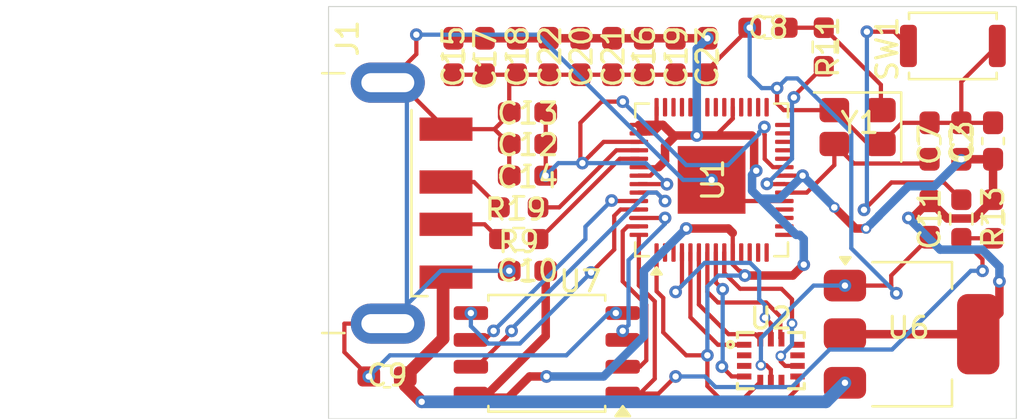
<source format=kicad_pcb>
(kicad_pcb (version 20241229) (generator "pcbnew") (generator_version "9.0")
  (layers (0 "F.Cu" power) (2 "B.Cu" signal) (13 "F.Paste" user) (15 "B.Paste" user) (5 "F.SilkS" user "F.Silkscreen") (7 "B.SilkS" user "B.Silkscreen") (1 "F.Mask" user) (3 "B.Mask" user) (25 "Edge.Cuts" user))
  (net 0 "")
  (net 1 "GND")
  (net 2 "VBUS")
  (net 3 "XIN")
  (net 4 "Net-(C8-Pad2)")
  (net 5 "+3.3V")
  (net 6 "+1V1")
  (net 7 "USB_DM")
  (net 8 "USB_DP")
  (net 9 "Net-(U1-USB_DP)")
  (net 10 "XOUT")
  (net 11 "QSPI_SS")
  (net 12 "Net-(U1-USB_DM)")
  (net 13 "QSPI_SD2")
  (net 17 "QSPI_SD0")
  (net 27 "QSPI_SD3")
  (net 30 "QSPI_SD1")
  (net 31 "QSPI_SCLK")
  (net 37 "/ICM_INT2")
  (net 40 "/ICM_INT1")
  (net 42 "/ICM_CS")
  (net 46 "/ICM_SCK")
  (net 47 "/ICM_SDI")
  (net 48 "/ICM_SDO")
  (net 49 "unconnected-(U1-GPIO0-Pad2)")
  (net 56 "Net-(R12-Pad1)")
  (footprint "Capacitor_SMD:C_0603_1608Metric_Pad1.08x0.95mm_HandSolder" (layer "F.Cu") (at 106.5 70.3625 -90)
    (property "Reference" "C20")
    (property "Value" "0.1uF")
  )
  (footprint "Capacitor_SMD:C_0603_1608Metric_Pad1.08x0.95mm_HandSolder" (layer "F.Cu") (at 105 70.3625 -90)
    (property "Reference" "C22")
    (property "Value" "0.1uF")
  )
  (footprint "Package_TO_SOT_SMD:SOT-223-3_TabPin2" (layer "F.Cu") (at 122.15 83.5)
    (property "Reference" "U6")
    (property "Value" "NCP1117-3.3_SOT223")
  )
  (footprint "Capacitor_SMD:C_0603_1608Metric_Pad1.08x0.95mm_HandSolder" (layer "F.Cu") (at 101.98 70.3625 -90)
    (property "Reference" "C17")
    (property "Value" "0.1uF")
  )
  (footprint "Capacitor_SMD:C_0603_1608Metric_Pad1.08x0.95mm_HandSolder" (layer "F.Cu") (at 104 80.5 180)
    (property "Reference" "C10")
    (property "Value" "10uF")
  )
  (footprint "Resistor_SMD:R_0603_1608Metric_Pad0.98x0.95mm_HandSolder" (layer "F.Cu") (at 124.5 78.05 -90)
    (property "Reference" "R12" (hide yes))
    (property "Value" "1KR")
  )
  (footprint "Capacitor_SMD:C_0603_1608Metric_Pad1.08x0.95mm_HandSolder" (layer "F.Cu") (at 108 70.3625 -90)
    (property "Reference" "C21")
    (property "Value" "0.1uF")
  )
  (footprint "Resistor_SMD:R_0603_1608Metric_Pad0.98x0.95mm_HandSolder" (layer "F.Cu") (at 103.5875 77.5)
    (property "Reference" "R19")
    (property "Value" "27R")
  )
  (footprint "Capacitor_SMD:C_0603_1608Metric_Pad1.08x0.95mm_HandSolder" (layer "F.Cu") (at 97.3625 85.5 180)
    (property "Reference" "C9")
    (property "Value" "10uF")
  )
  (footprint "Connector_USB:USB_A_CNCTech_1001-011-01101_Horizontal" (layer "F.Cu") (at 90.5 77.3 180)
    (property "Reference" "J1")
    (property "Value" "USB_A")
  )
  (footprint "lcsc:LGA-14_L3.0-W2.5-P0.50-TL" (layer "F.Cu") (at 115.5 84.75)
    (property "Reference" "U2")
    (property "Value" "ICM-45686")
  )
  (footprint "Capacitor_SMD:C_0603_1608Metric_Pad1.08x0.95mm_HandSolder" (layer "F.Cu") (at 115.3625 69)
    (property "Reference" "C8")
    (property "Value" "15pF")
  )
  (footprint "Capacitor_SMD:C_0603_1608Metric_Pad1.08x0.95mm_HandSolder" (layer "F.Cu") (at 100.5 70.3625 -90)
    (property "Reference" "C15")
    (property "Value" "0.1uF")
  )
  (footprint "Capacitor_SMD:C_0603_1608Metric_Pad1.08x0.95mm_HandSolder" (layer "F.Cu") (at 104 74.5 180)
    (property "Reference" "C12")
    (property "Value" "1uF")
  )
  (footprint "Capacitor_SMD:C_0603_1608Metric_Pad1.08x0.95mm_HandSolder" (layer "F.Cu") (at 123 78.05 -90)
    (property "Reference" "C11")
    (property "Value" "0.1uF")
  )
  (footprint "Capacitor_SMD:C_0603_1608Metric_Pad1.08x0.95mm_HandSolder" (layer "F.Cu") (at 103.5 70.3625 -90)
    (property "Reference" "C18")
    (property "Value" "0.1uF")
  )
  (footprint "Capacitor_SMD:C_0603_1608Metric_Pad1.08x0.95mm_HandSolder" (layer "F.Cu") (at 126 74.3625 90)
    (property "Reference" "C3")
    (property "Value" "100nF")
  )
  (footprint "Resistor_SMD:R_0603_1608Metric_Pad0.98x0.95mm_HandSolder" (layer "F.Cu") (at 126 78.05 -90)
    (property "Reference" "R13")
    (property "Value" "10KR")
  )
  (footprint "Package_SO:SOIC-8_5.3x5.3mm_P1.27mm" (layer "F.Cu") (at 104.9125 84.405 180)
    (property "Reference" "U7")
    (property "Value" "W25Q128JVS")
  )
  (footprint "Capacitor_SMD:C_0603_1608Metric_Pad1.08x0.95mm_HandSolder" (layer "F.Cu") (at 123 74.3625 -90)
    (property "Reference" "C7")
    (property "Value" "15pF")
  )
  (footprint "Crystal:Crystal_SMD_SeikoEpson_TSX3225-4Pin_3.2x2.5mm" (layer "F.Cu") (at 119.6 73.7 180)
    (property "Reference" "Y1")
    (property "Value" "12 MHz")
  )
  (footprint "Capacitor_SMD:C_0603_1608Metric_Pad1.08x0.95mm_HandSolder" (layer "F.Cu") (at 109.5 70.3625 -90)
    (property "Reference" "C16")
    (property "Value" "0.1uF")
  )
  (footprint "Capacitor_SMD:C_0603_1608Metric_Pad1.08x0.95mm_HandSolder" (layer "F.Cu") (at 111 70.3625 -90)
    (property "Reference" "C19")
    (property "Value" "0.1uF")
  )
  (footprint "Capacitor_SMD:C_0603_1608Metric_Pad1.08x0.95mm_HandSolder" (layer "F.Cu") (at 124.5 74.3625 90)
    (property "Reference" "C2")
    (property "Value" "100nF")
  )
  (footprint "Package_DFN_QFN:QFN-56-1EP_7x7mm_P0.4mm_EP3.2x3.2mm" (layer "F.Cu") (at 112.7 76.2 90)
    (property "Reference" "U1")
    (property "Value" "RP2040")
  )
  (footprint "Capacitor_SMD:C_0603_1608Metric_Pad1.08x0.95mm_HandSolder" (layer "F.Cu") (at 112.5 70.3625 -90)
    (property "Reference" "C23")
    (property "Value" "1uF")
  )
  (footprint "Capacitor_SMD:C_0603_1608Metric_Pad1.08x0.95mm_HandSolder" (layer "F.Cu") (at 104 73 180)
    (property "Reference" "C13")
    (property "Value" "0.1uF")
  )
  (footprint "Resistor_SMD:R_0603_1608Metric_Pad0.98x0.95mm_HandSolder" (layer "F.Cu") (at 118 69.9125 -90)
    (property "Reference" "R11")
    (property "Value" "1kR")
  )
  (footprint "Button_Switch_SMD:SW_Push_SPST_NO_Alps_SKRK" (layer "F.Cu") (at 124.1 69.8625 180)
    (property "Reference" "SW1")
    (property "Value" "SW_Push")
  )
  (footprint "Resistor_SMD:R_0603_1608Metric_Pad0.98x0.95mm_HandSolder" (layer "F.Cu") (at 103.5875 79)
    (property "Reference" "R9")
    (property "Value" "27R")
  )
  (footprint "Capacitor_SMD:C_0603_1608Metric_Pad1.08x0.95mm_HandSolder" (layer "F.Cu") (at 104 76 180)
    (property "Reference" "C14")
    (property "Value" "0.1uF")
  )
  (gr_rect (start 94.6 68) (end 127.1 87.5) (stroke (width 0.05)) (fill no) (layer "Edge.Cuts"))
  (segment (start 108 71.225) (end 106.5 71.225) (width 0.2) (layer "F.Cu") (net 1))
  (segment (start 120.1 74.5) (end 120.7 74.5) (width 0.2) (layer "F.Cu") (net 1))
  (segment (start 108.351 82.3507) (end 108.5 82.5) (width 0.2) (layer "F.Cu") (net 1))
  (segment (start 103.138 80.5) (end 103.1375 80.5) (width 0.2) (layer "F.Cu") (net 1))
  (segment (start 123 78.9125) (end 121.189 80.7234) (width 0.2) (layer "F.Cu") (net 1))
  (segment (start 103.138 71.5875) (end 103.5 71.225) (width 0.2) (layer "F.Cu") (net 1))
  (segment (start 97.4 71.6) (end 97.4 70.9191) (width 0.2) (layer "F.Cu") (net 1))
  (segment (start 97.4 83) (end 95.3483 83) (width 0.2) (layer "F.Cu") (net 1))
  (segment (start 95.3483 83) (end 95.3483 84.3483) (width 0.2) (layer "F.Cu") (net 1))
  (segment (start 103.138 73) (end 103.138 71.5875) (width 0.2) (layer "F.Cu") (net 1))
  (segment (start 121.7 73.5) (end 120.7 74.5) (width 0.2) (layer "F.Cu") (net 1))
  (segment (start 103.138 73.1) (end 103.138 73.0004) (width 0.2) (layer "F.Cu") (net 1))
  (segment (start 118.5 72.9) (end 120.1 74.5) (width 0.2) (layer "F.Cu") (net 1))
  (segment (start 108.175 82.5) (end 108.5 82.5) (width 0.2) (layer "F.Cu") (net 1))
  (segment (start 115.5 85.178) (end 115.5 85.76) (width 0.2) (layer "F.Cu") (net 1))
  (segment (start 115.793 71.857057) (end 115.793 72.583) (width 0.2) (layer "F.Cu") (net 1))
  (segment (start 97.4 71.6) (end 97.95 71.6) (width 0.2) (layer "F.Cu") (net 1))
  (segment (start 112.7 76.2) (end 112.7 77.1887) (width 0.2) (layer "F.Cu") (net 1))
  (segment (start 113.7 77.2) (end 112.7 76.2) (width 0.2) (layer "F.Cu") (net 1))
  (segment (start 109.5 71.225) (end 108 71.225) (width 0.2) (layer "F.Cu") (net 1))
  (segment (start 103.138 73.0004) (end 103.138 73) (width 0.2) (layer "F.Cu") (net 1))
  (segment (start 103.138 76) (end 103.138 74.5) (width 0.2) (layer "F.Cu") (net 1))
  (segment (start 98.7485 69.33) (end 98.7485 70.2515) (width 0.2) (layer "F.Cu") (net 1))
  (segment (start 102.438 73.8) (end 103.138 74.5) (width 0.2) (layer "F.Cu") (net 1))
  (segment (start 105 71.225) (end 103.5 71.225) (width 0.2) (layer "F.Cu") (net 1))
  (segment (start 103.1375 80.5) (end 102.98 80.5) (width 0.2) (layer "F.Cu") (net 1))
  (segment (start 103.1375 73) (end 103.1376 73) (width 0.2) (layer "F.Cu") (net 1))
  (segment (start 111 71.225) (end 109.5 71.225) (width 0.2) (layer "F.Cu") (net 1))
  (segment (start 123 73.5) (end 121.7 73.5) (width 0.2) (layer "F.Cu") (net 1))
  (segment (start 105 71.225) (end 106.5 71.225) (width 0.2) (layer "F.Cu") (net 1))
  (segment (start 95.3483 84.3483) (end 96.5 85.5) (width 0.2) (layer "F.Cu") (net 1))
  (segment (start 100.15 73.8) (end 102.438 73.8) (width 0.2) (layer "F.Cu") (net 1))
  (segment (start 116.138 77.2) (end 116.1375 77.2) (width 0.2) (layer "F.Cu") (net 1))
  (segment (start 124.5 73.5) (end 123 73.5) (width 0.2) (layer "F.Cu") (net 1))
  (segment (start 115.793 72.583) (end 116.11 72.9) (width 0.2) (layer "F.Cu") (net 1))
  (segment (start 121.189 81.2) (end 121.189 81.3238) (width 0.2) (layer "F.Cu") (net 1))
  (segment (start 98.7485 70.2515) (end 97.4 71.6) (width 0.2) (layer "F.Cu") (net 1))
  (segment (start 112.5 71) (end 112.5 71.225) (width 0.2) (layer "F.Cu") (net 1))
  (segment (start 124.5 71.5625) (end 124.5 73.5) (width 0.2) (layer "F.Cu") (net 1))
  (segment (start 119 81.2) (end 121.189 81.2) (width 0.2) (layer "F.Cu") (net 1))
  (segment (start 115.291998 84.969998) (end 115.5 85.178) (width 0.2) (layer "F.Cu") (net 1))
  (segment (start 124.5 73.5) (end 126 73.5) (width 0.2) (layer "F.Cu") (net 1))
  (segment (start 116.11 72.9) (end 118.5 72.9) (width 0.2) (layer "F.Cu") (net 1))
  (segment (start 103.1375 76) (end 103.138 76) (width 0.2) (layer "F.Cu") (net 1))
  (segment (start 97.95 71.6) (end 100.15 73.8) (width 0.2) (layer "F.Cu") (net 1))
  (segment (start 103.1376 73) (end 103.138 73.0004) (width 0.2) (layer "F.Cu") (net 1))
  (segment (start 102.438 73.8) (end 103.138 73.1) (width 0.2) (layer "F.Cu") (net 1))
  (segment (start 101.98 71.225) (end 103.5 71.225) (width 0.2) (layer "F.Cu") (net 1))
  (segment (start 121.189 81.3238) (end 121.43 81.5646) (width 0.2) (layer "F.Cu") (net 1))
  (segment (start 103.063 72.9258) (end 103.138 73) (width 0.2) (layer "F.Cu") (net 1))
  (segment (start 121.189 80.7234) (end 121.189 81.2) (width 0.2) (layer "F.Cu") (net 1))
  (segment (start 126.2 69.8625) (end 124.5 71.5625) (width 0.2) (layer "F.Cu") (net 1))
  (segment (start 101.98 71.225) (end 100.5 71.225) (width 0.2) (layer "F.Cu") (net 1))
  (segment (start 103.1375 74.5) (end 103.138 74.5) (width 0.2) (layer "F.Cu") (net 1))
  (segment (start 112.5 71.225) (end 111 71.225) (width 0.2) (layer "F.Cu") (net 1))
  (segment (start 115.030002 84.969998) (end 115.291998 84.969998) (width 0.2) (layer "F.Cu") (net 1))
  (segment (start 114.5 69) (end 112.5 71) (width 0.2) (layer "F.Cu") (net 1))
  (segment (start 112.7 77.1887) (end 112.514 77.375) (width 0.2) (layer "F.Cu") (net 1))
  (segment (start 116.1375 77.2) (end 113.7 77.2) (width 0.2) (layer "F.Cu") (net 1))
  (via (at 98.7485 69.33) (size 0.6) (drill 0.3) (layers "F.Cu" "B.Cu") (net 1))
  (via (at 115.030002 84.969998) (size 0.5) (drill 0.3) (layers "F.Cu" "B.Cu") (net 1))
  (via (at 112.7 76.2) (size 0.6) (drill 0.3) (layers "F.Cu" "B.Cu") (net 1))
  (via (at 108.175 82.5) (size 0.6) (drill 0.3) (layers "F.Cu" "B.Cu") (net 1))
  (via (at 114.5 69) (size 0.6) (drill 0.3) (layers "F.Cu" "B.Cu") (net 1))
  (via (at 121.43 81.5646) (size 0.6) (drill 0.3) (layers "F.Cu" "B.Cu") (net 1))
  (via (at 96.5 85.5) (size 0.6) (drill 0.3) (layers "F.Cu" "B.Cu") (net 1))
  (via (at 119 81.2) (size 0.6) (drill 0.3) (layers "F.Cu" "B.Cu") (net 1))
  (via (at 115.793 71.857057) (size 0.6) (drill 0.3) (layers "F.Cu" "B.Cu") (net 1))
  (via (at 103.1375 80.5) (size 0.6) (drill 0.3) (layers "F.Cu" "B.Cu") (net 1))
  (segment (start 117.520768 81.2) (end 119 81.2) (width 0.2) (layer "B.Cu") (net 1))
  (segment (start 99.9 80.5) (end 103.1375 80.5) (width 0.2) (layer "B.Cu") (net 1))
  (segment (start 105.8375 84.5) (end 107.8375 82.5) (width 0.2) (layer "B.Cu") (net 1))
  (segment (start 107.8375 82.5) (end 108.175 82.5) (width 0.2) (layer "B.Cu") (net 1))
  (segment (start 114.5 71.2897) (end 114.5 69) (width 0.2) (layer "B.Cu") (net 1))
  (segment (start 115.793 71.857057) (end 116.251057 71.399) (width 0.2) (layer "B.Cu") (net 1))
  (segment (start 115.067357 71.857057) (end 114.5 71.2897) (width 0.2) (layer "B.Cu") (net 1))
  (segment (start 97.5 84.5) (end 105.8375 84.5) (width 0.2) (layer "B.Cu") (net 1))
  (segment (start 115.793 71.857057) (end 115.067357 71.857057) (width 0.2) (layer "B.Cu") (net 1))
  (segment (start 117.520768 81.2) (end 115.030002 83.690766) (width 0.2) (layer "B.Cu") (net 1))
  (segment (start 98.301 72.501) (end 97.4 71.6) (width 0.2) (layer "B.Cu") (net 1))
  (segment (start 116.251057 71.399) (end 116.748943 71.399) (width 0.2) (layer "B.Cu") (net 1))
  (segment (start 112.7 76.2) (end 111.356 76.2) (width 0.2) (layer "B.Cu") (net 1))
  (segment (start 98.301 82.099) (end 98.301 72.501) (width 0.2) (layer "B.Cu") (net 1))
  (segment (start 97.4 83) (end 99.9 80.5) (width 0.2) (layer "B.Cu") (net 1))
  (segment (start 104.486 69.33) (end 98.7485 69.33) (width 0.2) (layer "B.Cu") (net 1))
  (segment (start 97.4 83) (end 98.301 82.099) (width 0.2) (layer "B.Cu") (net 1))
  (segment (start 119.301 73.951057) (end 119.301 79.4356) (width 0.2) (layer "B.Cu") (net 1))
  (segment (start 119.301 79.4356) (end 121.43 81.5646) (width 0.2) (layer "B.Cu") (net 1))
  (segment (start 96.5 85.5) (end 97.5 84.5) (width 0.2) (layer "B.Cu") (net 1))
  (segment (start 116.748943 71.399) (end 119.301 73.951057) (width 0.2) (layer "B.Cu") (net 1))
  (segment (start 115.030002 83.690766) (end 115.030002 84.969998) (width 0.2) (layer "B.Cu") (net 1))
  (segment (start 111.356 76.2) (end 104.486 69.33) (width 0.2) (layer "B.Cu") (net 1))
  (segment (start 119 85.8) (end 119.512 85.2884) (width 0.2) (layer "F.Cu") (net 2))
  (segment (start 98.225 85.924) (end 99 86.699) (width 0.6) (layer "F.Cu") (net 2))
  (segment (start 100.15 80.8) (end 100.0115 80.9385) (width 0.6) (layer "F.Cu") (net 2))
  (segment (start 100.0115 83.7135) (end 98.225 85.5) (width 0.6) (layer "F.Cu") (net 2))
  (segment (start 100.0115 80.9385) (end 100.0115 83.7135) (width 0.6) (layer "F.Cu") (net 2))
  (segment (start 98.225 85.5) (end 98.225 85.924) (width 0.6) (layer "F.Cu") (net 2))
  (via (at 99 86.699) (size 0.5) (drill 0.3) (layers "F.Cu" "B.Cu") (net 2))
  (via (at 119 85.8) (size 0.5) (drill 0.3) (layers "F.Cu" "B.Cu") (net 2))
  (segment (start 118.101 86.699) (end 119 85.8) (width 0.6) (layer "B.Cu") (net 2))
  (segment (start 99 86.699) (end 118.101 86.699) (width 0.6) (layer "B.Cu") (net 2))
  (segment (start 122.8 75.4249) (end 119.425 75.4249) (width 0.2) (layer "F.Cu") (net 3))
  (segment (start 119.425 75.4249) (end 118.5 74.5) (width 0.2) (layer "F.Cu") (net 3))
  (segment (start 117.2 76.8) (end 118.5 75.5) (width 0.2) (layer "F.Cu") (net 3))
  (segment (start 118.5 75.5) (end 118.5 74.5) (width 0.2) (layer "F.Cu") (net 3))
  (segment (start 116.1375 76.800001) (end 116.137999 76.800001) (width 0.2) (layer "F.Cu") (net 3))
  (segment (start 116.138 76.8) (end 117.2 76.8) (width 0.2) (layer "F.Cu") (net 3))
  (segment (start 116.137999 76.800001) (end 116.138 76.8) (width 0.2) (layer "F.Cu") (net 3))
  (segment (start 123 75.225) (end 122.8 75.4249) (width 0.2) (layer "F.Cu") (net 3))
  (segment (start 116.225 69) (end 118 69) (width 0.2) (layer "F.Cu") (net 4))
  (segment (start 120.7 72.9) (end 120.7 71.7) (width 0.2) (layer "F.Cu") (net 4))
  (segment (start 120.7 71.7) (end 118 69) (width 0.2) (layer "F.Cu") (net 4))
  (segment (start 112.5 85.9563) (end 113.021957 86.478043) (width 0.2) (layer "F.Cu") (net 5))
  (segment (start 110.998 74.1) (end 110.902 74.1) (width 0.2) (layer "F.Cu") (net 5))
  (segment (start 116.5134 80.7502) (end 114.2503 80.7502) (width 0.2) (layer "F.Cu") (net 5))
  (segment (start 109.2625 74.000001) (end 109.599999 74.000001) (width 0.2) (layer "F.Cu") (net 5))
  (segment (start 110 73.6) (end 110.167813 73.6) (width 0.4) (layer "F.Cu") (net 5))
  (segment (start 109.799 76) (end 110.199 75.6) (width 0.2) (layer "F.Cu") (net 5))
  (segment (start 109.599999 74.000001) (end 110 73.6) (width 0.2) (layer "F.Cu") (net 5))
  (segment (start 119 83.5) (end 125.3 83.5) (width 0.4) (layer "F.Cu") (net 5))
  (segment (start 109.5 73.6) (end 110.4021 73.6) (width 0.4) (layer "F.Cu") (net 5))
  (segment (start 119.5 78.5) (end 120 78.5) (width 0.4) (layer "F.Cu") (net 5))
  (segment (start 110.199 75.6) (end 110.5 75.299) (width 0.4) (layer "F.Cu") (net 5))
  (segment (start 109.5 74.000001) (end 109.999999 74.000001) (width 0.2) (layer "F.Cu") (net 5))
  (segment (start 112.1 74) (end 113 74) (width 0.2) (layer "F.Cu") (net 5))
  (segment (start 113.7 80.2) (end 114 80.5) (width 0.2) (layer "F.Cu") (net 5))
  (segment (start 123.8385 78.026) (end 125.1115 78.026) (width 0.4) (layer "F.Cu") (net 5))
  (segment (start 109.5 73.6) (end 110 73.6) (width 0.4) (layer "F.Cu") (net 5))
  (segment (start 110.4021 73.6) (end 110.651 73.8489) (width 0.4) (layer "F.Cu") (net 5))
  (segment (start 113.492716 78.5) (end 111.5 78.5) (width 0.4) (layer "F.Cu") (net 5))
  (segment (start 112.5 84.5) (end 111.5 84.5) (width 0.2) (layer "F.Cu") (net 5))
  (segment (start 114 80.5) (end 114.046771 80.5) (width 0.2) (layer "F.Cu") (net 5))
  (segment (start 103.1 86.5) (end 101.515 86.5) (width 0.4) (layer "F.Cu") (net 5))
  (segment (start 109.900001 73.6) (end 109.5 74.000001) (width 0.2) (layer "F.Cu") (net 5))
  (segment (start 109.5 73.6) (end 109.5 73.762501) (width 0.2) (layer "F.Cu") (net 5))
  (segment (start 125.1115 78.026) (end 126 77.1375) (width 0.4) (layer "F.Cu") (net 5))
  (segment (start 109.5 69.5) (end 111 69.5) (width 0.2) (layer "F.Cu") (net 5))
  (segment (start 109.2625 74.000001) (end 109.767812 74.000001) (width 0.2) (layer "F.Cu") (net 5))
  (segment (start 112.5 69.5) (end 112.2121 69.5) (width 0.2) (layer "F.Cu") (net 5))
  (segment (start 110.415 83.415) (end 110.415 81.7813) (width 0.2) (layer "F.Cu") (net 5))
  (segment (start 110.167813 73.6) (end 110.402 73.6) (width 0.4) (layer "F.Cu") (net 5))
  (segment (start 114.046771 80.5) (end 114.272271 80.7255) (width 0.2) (layer "F.Cu") (net 5))
  (segment (start 126 75.225) (end 124.5 75.225) (width 0.4) (layer "F.Cu") (net 5))
  (segment (start 114.602 74.1) (end 112 74.1) (width 0.4) (layer "F.Cu") (net 5))
  (segment (start 114 86.661) (end 116.181 86.661) (width 0.2) (layer "F.Cu") (net 5))
  (segment (start 101.98 69.5) (end 103.5 69.5) (width 0.2) (layer "F.Cu") (net 5))
  (segment (start 124.5 75.225) (end 124.788 75.5129) (width 0.2) (layer "F.Cu") (net 5))
  (segment (start 116.181 86.661) (end 116.76 86.082) (width 0.2) (layer "F.Cu") (net 5))
  (segment (start 122 78) (end 122.1875 78) (width 0.4) (layer "F.Cu") (net 5))
  (segment (start 108 69.5) (end 109.5 69.5) (width 0.2) (layer "F.Cu") (net 5))
  (segment (start 110.902 74.1) (end 110.801 73.999) (width 0.4) (layer "F.Cu") (net 5))
  (segment (start 101.515 86.5) (end 101.325 86.31) (width 0.4) (layer "F.Cu") (net 5))
  (segment (start 126 77.1375) (end 126 75.225) (width 0.4) (layer "F.Cu") (net 5))
  (segment (start 100.5 69.5) (end 101.98 69.5) (width 0.2) (layer "F.Cu") (net 5))
  (segment (start 116.5381 80.7255) (end 114.272271 80.7255) (width 0.4) (layer "F.Cu") (net 5))
  (segment (start 112 74.1) (end 111 74.1) (width 0.4) (layer "F.Cu") (net 5))
  (segment (start 109.2625 74.000001) (end 109.2625 73.6) (width 0.2) (layer "F.Cu") (net 5))
  (segment (start 113.7 79.6375) (end 113.7 80.2) (width 0.2) (layer "F.Cu") (net 5))
  (segment (start 126 77.1375) (end 126 75.5129) (width 0.2) (layer "F.Cu") (net 5))
  (segment (start 110.1 73.532187) (end 110.167813 73.6) (width 0.2) (layer "F.Cu") (net 5))
  (segment (start 111.5 84.5) (end 110.415 83.415) (width 0.2) (layer "F.Cu") (net 5))
  (segment (start 104.9 85.5) (end 104.1 85.5) (width 0.4) (layer "F.Cu") (net 5))
  (segment (start 109.262 73.6) (end 109.2625 73.6) (width 0.2) (layer "F.Cu") (net 5))
  (segment (start 117.055692 80.207908) (end 116.5381 80.7255) (width 0.4) (layer "F.Cu") (net 5))
  (segment (start 110.4 73.6) (end 110.402 73.6) (width 0.2) (layer "F.Cu") (net 5))
  (segment (start 112.5 69.5) (end 112.5 69.3) (width 0.2) (layer "F.Cu") (net 5))
  (segment (start 109.2625 74.000001) (end 109.5 74.000001) (width 0.2) (layer "F.Cu") (net 5))
  (segment (start 110 73.6) (end 109.900001 73.6) (width 0.2) (layer "F.Cu") (net 5))
  (segment (start 114.809319 75.765474) (end 114.709319 75.665474) (width 0.4) (layer "F.Cu") (net 5))
  (segment (start 110.1 81.4663) (end 110.1 79.6375) (width 0.2) (layer "F.Cu") (net 5))
  (segment (start 110.5 74.598) (end 110.998 74.1) (width 0.4) (layer "F.Cu") (net 5))
  (segment (start 113.7 72.7625) (end 113.7 73.2978) (width 0.2) (layer "F.Cu") (net 5))
  (segment (start 118.5 77.5) (end 119.5 78.5) (width 0.4) (layer "F.Cu") (net 5))
  (segment (start 113.7 78.707284) (end 113.7 79.6375) (width 0.2) (layer "F.Cu") (net 5))
  (segment (start 110.402 73.6) (end 110.651 73.8489) (width 0.4) (layer "F.Cu") (net 5))
  (segment (start 126 75.5129) (end 126 75.225) (width 0.2) (layer "F.Cu") (net 5))
  (segment (start 125.3 83.5) (end 126.3 82.5) (width 0.4) (layer "F.Cu") (net 5))
  (segment (start 105 69.5) (end 106.5 69.5) (width 0.2) (layer "F.Cu") (net 5))
  (segment (start 112 74.1) (end 112.1 74) (width 0.2) (layer "F.Cu") (net 5))
  (segment (start 116.76 86.082) (end 116.76 85.5) (width 0.2) (layer "F.Cu") (net 5))
  (segment (start 104.1 85.5) (end 103.1 86.5) (width 0.4) (layer "F.Cu") (net 5))
  (segment (start 105 69.5) (end 103.5 69.5) (width 0.2) (layer "F.Cu") (net 5))
  (segment (start 104.862 83.585) (end 104.862 80.5) (width 0.4) (layer "F.Cu") (net 5))
  (segment (start 109.2625 73.6) (end 109.5 73.6) (width 0.4) (layer "F.Cu") (net 5))
  (segment (start 106.5 69.5) (end 108 69.5) (width 0.2) (layer "F.Cu") (net 5))
  (segment (start 101.325 86.31) (end 102.137 86.31) (width 0.4) (layer "F.Cu") (net 5))
  (segment (start 113.499 73.4989) (end 113.701 73.2968) (width 0.2) (layer "F.Cu") (net 5))
  (segment (start 113.7 73.2978) (end 113.499 73.4989) (width 0.2) (layer "F.Cu") (net 5))
  (segment (start 109.262 76) (end 109.2625 76) (width 0.2) (layer "F.Cu") (net 5))
  (segment (start 110.902 74.1) (end 110.651 73.8489) (width 0.4) (layer "F.Cu") (net 5))
  (segment (start 110.5 75.299) (end 110.5 74.598) (width 0.4) (layer "F.Cu") (net 5))
  (segment (start 117.055692 80.207908) (end 116.5134 80.7502) (width 0.2) (layer "F.Cu") (net 5))
  (segment (start 112.5 84.5) (end 112.5 85.9563) (width 0.2) (layer "F.Cu") (net 5))
  (segment (start 116.138 76) (end 117 76) (width 0.2) (layer "F.Cu") (net 5))
  (segment (start 122.1875 78) (end 123 77.1875) (width 0.4) (layer "F.Cu") (net 5))
  (segment (start 114 86.661) (end 114.099 86.661) (width 0.2) (layer "F.Cu") (net 5))
  (segment (start 110.998 74.1) (end 111 74.1) (width 0.2) (layer "F.Cu") (net 5))
  (segment (start 113.021957 86.478043) (end 113.204914 86.661) (width 0.2) (layer "F.Cu") (net 5))
  (segment (start 114.272271 80.728229) (end 114.2503 80.7502) (width 0.2) (layer "F.Cu") (net 5))
  (segment (start 123 77.1875) (end 123.8385 78.026) (width 0.4) (layer "F.Cu") (net 5))
  (segment (start 102.137 86.31) (end 104.862 83.585) (width 0.4) (layer "F.Cu") (net 5))
  (segment (start 109.767812 74.000001) (end 110.167813 73.6) (width 0.2) (layer "F.Cu") (net 5))
  (segment (start 100.5 69.5) (end 112.5 69.5) (width 0.4) (layer "F.Cu") (net 5))
  (segment (start 112.2121 69.5) (end 112.4545 69.5) (width 0.2) (layer "F.Cu") (net 5))
  (segment (start 110.415 81.7813) (end 110.1 81.4663) (width 0.2) (layer "F.Cu") (net 5))
  (segment (start 113 73.9978) (end 113.499 73.4989) (width 0.2) (layer "F.Cu") (net 5))
  (segment (start 109.2625 75.599999) (end 110.199 75.6) (width 0.2) (layer "F.Cu") (net 5))
  (segment (start 104.8625 80.5) (end 104.862 80.5) (width 0.2) (layer "F.Cu") (net 5))
  (segment (start 114.272271 80.7255) (end 114.272271 80.728229) (width 0.2) (layer "F.Cu") (net 5))
  (segment (start 112.2121 69.5) (end 111 69.5) (width 0.2) (layer "F.Cu") (net 5))
  (segment (start 110.1 72.7625) (end 110.1 73.532187) (width 0.2) (layer "F.Cu") (net 5))
  (segment (start 113 74) (end 113 73.9978) (width 0.2) (layer "F.Cu") (net 5))
  (segment (start 111 74.1) (end 110.998 74.1) (width 0.2) (layer "F.Cu") (net 5))
  (segment (start 126.3 82.5) (end 126.3 81) (width 0.4) (layer "F.Cu") (net 5))
  (segment (start 109.5 73.762501) (end 109.2625 74.000001) (width 0.2) (layer "F.Cu") (net 5))
  (segment (start 114.709319 74.207319) (end 114.602 74.1) (width 0.4) (layer "F.Cu") (net 5))
  (segment (start 109.2625 76) (end 109.799 76) (width 0.2) (layer "F.Cu") (net 5))
  (segment (start 114.099 86.661) (end 115 85.76) (width 0.2) (layer "F.Cu") (net 5))
  (segment (start 113.7 78.707284) (end 113.492716 78.5) (width 0.4) (layer "F.Cu") (net 5))
  (segment (start 113.204914 86.661) (end 114 86.661) (width 0.2) (layer "F.Cu") (net 5))
  (segment (start 109.999999 74.000001) (end 110.4 73.6) (width 0.2) (layer "F.Cu") (net 5))
  (segment (start 114.709319 75.665474) (end 114.709319 74.207319) (width 0.4) (layer "F.Cu") (net 5))
  (via (at 114.272271 80.7255) (size 0.6) (drill 0.3) (layers "F.Cu" "B.Cu") (net 5))
  (via (at 118.5 77.5) (size 0.5) (drill 0.3) (layers "F.Cu" "B.Cu") (net 5))
  (via (at 118.5 77.5) (size 0.5) (drill 0.3) (layers "F.Cu" "B.Cu") (net 5))
  (via (at 117 76) (size 0.6) (drill 0.3) (layers "F.Cu" "B.Cu") (net 5))
  (via (at 112.5 69.5) (size 0.6) (drill 0.3) (layers "F.Cu" "B.Cu") (net 5))
  (via (at 111.5 78.5) (size 0.6) (drill 0.3) (layers "F.Cu" "B.Cu") (net 5))
  (via (at 114.809319 75.765474) (size 0.6) (drill 0.3) (layers "F.Cu" "B.Cu") (net 5))
  (via (at 126.3 81) (size 0.6) (drill 0.3) (layers "F.Cu" "B.Cu") (net 5))
  (via (at 120 78.5) (size 0.5) (drill 0.3) (layers "F.Cu" "B.Cu") (net 5))
  (via (at 112.5 84.5) (size 0.6) (drill 0.3) (layers "F.Cu" "B.Cu") (net 5))
  (via (at 104.9 85.5) (size 0.6) (drill 0.3) (layers "F.Cu" "B.Cu") (net 5))
  (via (at 117.055692 80.207908) (size 0.6) (drill 0.3) (layers "F.Cu" "B.Cu") (net 5))
  (via (at 122 78) (size 0.6) (drill 0.3) (layers "F.Cu" "B.Cu") (net 5))
  (via (at 124.5 75.225) (size 0.5) (drill 0.3) (layers "F.Cu" "B.Cu") (net 5))
  (via (at 112 74.1) (size 0.6) (drill 0.3) (layers "F.Cu" "B.Cu") (net 5))
  (segment (start 120.192364 78.3177) (end 120.1823 78.3177) (width 0.4) (layer "B.Cu") (net 5))
  (segment (start 126.3 81) (end 126.3 80.308636) (width 0.4) (layer "B.Cu") (net 5))
  (segment (start 125.491364 79.5) (end 123.5 79.5) (width 0.4) (layer "B.Cu") (net 5))
  (segment (start 115.9128 77.0872) (end 114.987 77.0872) (width 0.4) (layer "B.Cu") (net 5))
  (segment (start 112.5 69.5) (end 112 70) (width 0.4) (layer "B.Cu") (net 5))
  (segment (start 112.5 84.5) (end 112.5 81.2501) (width 0.2) (layer "B.Cu") (net 5))
  (segment (start 117 76) (end 118.5 77.5) (width 0.4) (layer "B.Cu") (net 5))
  (segment (start 114.271271 80.7265) (end 114.272271 80.7255) (width 0.2) (layer "B.Cu") (net 5))
  (segment (start 114.987 77.0872) (end 114.9499 77.0501) (width 0.4) (layer "B.Cu") (net 5))
  (segment (start 120.1823 78.3177) (end 120 78.5) (width 0.4) (layer "B.Cu") (net 5))
  (segment (start 120.603 77.907064) (end 120.192364 78.3177) (width 0.4) (layer "B.Cu") (net 5))
  (segment (start 123.225 76.5) (end 122 76.5) (width 0.4) (layer "B.Cu") (net 5))
  (segment (start 114.9499 77.0501) (end 114.613 76.7132) (width 0.4) (layer "B.Cu") (net 5))
  (segment (start 116.6994 78.7996) (end 114.9499 77.0501) (width 0.4) (layer "B.Cu") (net 5))
  (segment (start 116.858745 78.7996) (end 116.6994 78.7996) (width 0.4) (layer "B.Cu") (net 5))
  (segment (start 107.596372 85.5) (end 109.5 83.596372) (width 0.4) (layer "B.Cu") (net 5))
  (segment (start 114.613 75.961793) (end 114.809319 75.765474) (width 0.4) (layer "B.Cu") (net 5))
  (segment (start 104.9 85.5) (end 107.596372 85.5) (width 0.4) (layer "B.Cu") (net 5))
  (segment (start 122 76.5) (end 120.603 77.897) (width 0.4) (layer "B.Cu") (net 5))
  (segment (start 113.024 80.7265) (end 114.271271 80.7265) (width 0.2) (layer "B.Cu") (net 5))
  (segment (start 112 70) (end 112 74.1) (width 0.4) (layer "B.Cu") (net 5))
  (segment (start 120.603 77.897) (end 120.603 77.907064) (width 0.4) (layer "B.Cu") (net 5))
  (segment (start 109.5 83.596372) (end 109.5 80.5) (width 0.4) (layer "B.Cu") (net 5))
  (segment (start 117 76) (end 115.9128 77.0872) (width 0.4) (layer "B.Cu") (net 5))
  (segment (start 126.3 80.308636) (end 125.491364 79.5) (width 0.4) (layer "B.Cu") (net 5))
  (segment (start 124.5 75.225) (end 123.225 76.5) (width 0.4) (layer "B.Cu") (net 5))
  (segment (start 109.5 80.5) (end 111.5 78.5) (width 0.4) (layer "B.Cu") (net 5))
  (segment (start 114.613 76.7132) (end 114.613 75.961793) (width 0.4) (layer "B.Cu") (net 5))
  (segment (start 112.5 81.2501) (end 113.024 80.7265) (width 0.2) (layer "B.Cu") (net 5))
  (segment (start 123.5 79.5) (end 122 78) (width 0.4) (layer "B.Cu") (net 5))
  (segment (start 117.055692 78.996547) (end 116.858745 78.7996) (width 0.4) (layer "B.Cu") (net 5))
  (segment (start 117.055692 80.207908) (end 117.055692 78.996547) (width 0.4) (layer "B.Cu") (net 5))
  (segment (start 104.8625 76) (end 104.8623 76.0002) (width 0.2) (layer "F.Cu") (net 6))
  (segment (start 107.502265 72.497735) (end 106.5 73.5) (width 0.2) (layer "F.Cu") (net 6))
  (segment (start 104.862 76) (end 104.8623 76.0002) (width 0.2) (layer "F.Cu") (net 6))
  (segment (start 106.59365 75.40635) (end 107 75) (width 0.2) (layer "F.Cu") (net 6))
  (segment (start 104.8625 74.7874) (end 104.8625 74.5) (width 0.2) (layer "F.Cu") (net 6))
  (segment (start 104.862 74.1044) (end 104.862 74.5) (width 0.2) (layer "F.Cu") (net 6))
  (segment (start 115.210319 75.210319) (end 115.599999 75.599999) (width 0.2) (layer "F.Cu") (net 6))
  (segment (start 110.587675 76.404813) (end 110.581862 76.399) (width 0.2) (layer "F.Cu") (net 6))
  (segment (start 107.6 74.4) (end 109.262 74.4) (width 0.2) (layer "F.Cu") (net 6))
  (segment (start 108.502265 72.497735) (end 107.502265 72.497735) (width 0.2) (layer "F.Cu") (net 6))
  (segment (start 104.8625 73) (end 104.862 73) (width 0.2) (layer "F.Cu") (net 6))
  (segment (start 109.2625 76.4) (end 110.582862 76.4) (width 0.2) (layer "F.Cu") (net 6))
  (segment (start 104.862 74.1044) (end 104.862 74.5) (width 0.2) (layer "F.Cu") (net 6))
  (segment (start 110.582862 76.4) (end 110.587675 76.404813) (width 0.2) (layer "F.Cu") (net 6))
  (segment (start 104.8623 76.0002) (end 104.955 76.0927) (width 0.2) (layer "F.Cu") (net 6))
  (segment (start 115.192847 73.697265) (end 115.192847 74.042318) (width 0.2) (layer "F.Cu") (net 6))
  (segment (start 104.862 74.7879) (end 104.862 76) (width 0.2) (layer "F.Cu") (net 6))
  (segment (start 115.210319 74.05979) (end 115.210319 75.210319) (width 0.2) (layer "F.Cu") (net 6))
  (segment (start 106.5 75.3127) (end 106.59365 75.40635) (width 0.2) (layer "F.Cu") (net 6))
  (segment (start 106.5 73.5) (end 106.5 75.3127) (width 0.2) (layer "F.Cu") (net 6))
  (segment (start 104.862 74.7879) (end 104.8625 74.7874) (width 0.2) (layer "F.Cu") (net 6))
  (segment (start 115.192847 74.042318) (end 115.210319 74.05979) (width 0.2) (layer "F.Cu") (net 6))
  (segment (start 104.862 74.5) (end 104.862 74.7879) (width 0.2) (layer "F.Cu") (net 6))
  (segment (start 104.862 73) (end 104.862 74.1044) (width 0.2) (layer "F.Cu") (net 6))
  (segment (start 107 75) (end 107.6 74.4) (width 0.2) (layer "F.Cu") (net 6))
  (segment (start 115.599999 75.599999) (end 116.1375 75.599999) (width 0.2) (layer "F.Cu") (net 6))
  (via (at 106.59365 75.40635) (size 0.6) (drill 0.3) (layers "F.Cu" "B.Cu") (net 6))
  (via (at 104.8625 76) (size 0.6) (drill 0.3) (layers "F.Cu" "B.Cu") (net 6))
  (via (at 110.587675 76.404813) (size 0.6) (drill 0.3) (layers "F.Cu" "B.Cu") (net 6))
  (via (at 108.502265 72.497735) (size 0.6) (drill 0.3) (layers "F.Cu" "B.Cu") (net 6))
  (via (at 115.192847 73.697265) (size 0.6) (drill 0.3) (layers "F.Cu" "B.Cu") (net 6))
  (segment (start 111.50453 75.5) (end 108.502265 72.497735) (width 0.2) (layer "B.Cu") (net 6))
  (segment (start 115.192847 73.697265) (end 114.94558 73.944532) (width 0.2) (layer "B.Cu") (net 6))
  (segment (start 106.59365 75.40635) (end 109.589212 75.40635) (width 0.2) (layer "B.Cu") (net 6))
  (segment (start 106.59365 75.40635) (end 105.45615 75.40635) (width 0.2) (layer "B.Cu") (net 6))
  (segment (start 114.94558 73.944532) (end 114.94558 74.020517) (width 0.2) (layer "B.Cu") (net 6))
  (segment (start 113.466097 75.5) (end 111.50453 75.5) (width 0.2) (layer "B.Cu") (net 6))
  (segment (start 109.589212 75.40635) (end 110.587675 76.404813) (width 0.2) (layer "B.Cu") (net 6))
  (segment (start 105.45615 75.40635) (end 104.8625 76) (width 0.2) (layer "B.Cu") (net 6))
  (segment (start 114.94558 74.020517) (end 113.466097 75.5) (width 0.2) (layer "B.Cu") (net 6))
  (segment (start 101.475 76.3) (end 100.15 76.3) (width 0.2) (layer "F.Cu") (net 7))
  (segment (start 102.675 77.5) (end 101.475 76.3) (width 0.2) (layer "F.Cu") (net 7))
  (segment (start 102.675 79) (end 101.975 78.3) (width 0.2) (layer "F.Cu") (net 8))
  (segment (start 100.15 78.3) (end 101.975 78.3) (width 0.2) (layer "F.Cu") (net 8))
  (segment (start 108.3671 75.2) (end 109.2625 75.2) (width 0.2) (layer "F.Cu") (net 9))
  (segment (start 104.5 79) (end 104.5671 79) (width 0.2) (layer "F.Cu") (net 9))
  (segment (start 104.5671 79) (end 108.3671 75.2) (width 0.2) (layer "F.Cu") (net 9))
  (segment (start 115.328 76.4) (end 115.314 76.3862) (width 0.2) (layer "F.Cu") (net 10))
  (segment (start 116.587585 72.237415) (end 118 70.825) (width 0.2) (layer "F.Cu") (net 10))
  (segment (start 116.138 76.4) (end 116.1375 76.4) (width 0.2) (layer "F.Cu") (net 10))
  (segment (start 116.1375 76.4) (end 115.328 76.4) (width 0.2) (layer "F.Cu") (net 10))
  (segment (start 116.587585 72.3) (end 116.587585 72.237415) (width 0.2) (layer "F.Cu") (net 10))
  (via (at 115.314 76.3862) (size 0.6) (drill 0.3) (layers "F.Cu" "B.Cu") (net 10))
  (via (at 116.587585 72.3) (size 0.6) (drill 0.3) (layers "F.Cu" "B.Cu") (net 10))
  (segment (start 116.587585 72.3) (end 116.5 72.387585) (width 0.2) (layer "B.Cu") (net 10))
  (segment (start 116.5 75.2003) (end 115.314 76.3862) (width 0.2) (layer "B.Cu") (net 10))
  (segment (start 116.5 72.387585) (end 116.5 75.2003) (width 0.2) (layer "B.Cu") (net 10))
  (segment (start 126 78.9625) (end 124.5 78.9625) (width 0.2) (layer "F.Cu") (net 11))
  (segment (start 110.014 81.9474) (end 109.262 81.1954) (width 0.2) (layer "F.Cu") (net 11))
  (segment (start 125.5 79.9625) (end 124.5 78.9625) (width 0.2) (layer "F.Cu") (net 11))
  (segment (start 108.5 86.31) (end 109.312 86.31) (width 0.2) (layer "F.Cu") (net 11))
  (segment (start 125.5 80.5) (end 125.5 79.9625) (width 0.2) (layer "F.Cu") (net 11))
  (segment (start 110.19 86.31) (end 109.312 86.31) (width 0.2) (layer "F.Cu") (net 11))
  (segment (start 109.312 86.31) (end 110.014 85.608) (width 0.2) (layer "F.Cu") (net 11))
  (segment (start 109.262 81.1954) (end 109.262 78.8) (width 0.2) (layer "F.Cu") (net 11))
  (segment (start 111 85.5) (end 110.19 86.31) (width 0.2) (layer "F.Cu") (net 11))
  (segment (start 110.014 85.608) (end 110.014 81.9474) (width 0.2) (layer "F.Cu") (net 11))
  (segment (start 109.312 86.31) (end 108.5 86.31) (width 0.2) (layer "F.Cu") (net 11))
  (via (at 111 85.5) (size 0.6) (drill 0.3) (layers "F.Cu" "B.Cu") (net 11))
  (via (at 125.5 80.5) (size 0.6) (drill 0.3) (layers "F.Cu" "B.Cu") (net 11))
  (segment (start 118.274 84.226) (end 121.226 84.226) (width 0.2) (layer "B.Cu") (net 11))
  (segment (start 121.226 84.226) (end 124.952 80.5) (width 0.2) (layer "B.Cu") (net 11))
  (segment (start 116.5 86) (end 118.274 84.226) (width 0.2) (layer "B.Cu") (net 11))
  (segment (start 112.383 85.5) (end 112.883 86) (width 0.2) (layer "B.Cu") (net 11))
  (segment (start 124.952 80.5) (end 125.5 80.5) (width 0.2) (layer "B.Cu") (net 11))
  (segment (start 111 85.5) (end 112.383 85.5) (width 0.2) (layer "B.Cu") (net 11))
  (segment (start 112.883 86) (end 116.5 86) (width 0.2) (layer "B.Cu") (net 11))
  (segment (start 108.2 74.8) (end 109.2625 74.8) (width 0.2) (layer "F.Cu") (net 12))
  (segment (start 104.5 77.5) (end 105.5 77.5) (width 0.2) (layer "F.Cu") (net 12))
  (segment (start 105.5 77.5) (end 108.2 74.8) (width 0.2) (layer "F.Cu") (net 12))
  (segment (start 108.5 83.3428) (end 108.5 83.77) (width 0.2) (layer "F.Cu") (net 13))
  (segment (start 108.896 78) (end 109.2625 78) (width 0.2) (layer "F.Cu") (net 13))
  (segment (start 109.2625 78) (end 110.5 78) (width 0.2) (layer "F.Cu") (net 13))
  (via (at 108.5 83.3428) (size 0.6) (drill 0.3) (layers "F.Cu" "B.Cu") (net 13))
  (via (at 110.5 78) (size 0.6) (drill 0.3) (layers "F.Cu" "B.Cu") (net 13))
  (segment (start 108.5 83.3428) (end 108.775 83.0682) (width 0.2) (layer "B.Cu") (net 13))
  (segment (start 108.775 80) (end 110.5 78.2746) (width 0.2) (layer "B.Cu") (net 13))
  (segment (start 108.775 83.0682) (end 108.775 80) (width 0.2) (layer "B.Cu") (net 13))
  (segment (start 110.5 78.2746) (end 110.5 78) (width 0.2) (layer "B.Cu") (net 13))
  (segment (start 109.262 77.6) (end 108.4 77.6) (width 0.2) (layer "F.Cu") (net 17))
  (segment (start 108.099 77.901) (end 108.099 79.4954) (width 0.2) (layer "F.Cu") (net 17))
  (segment (start 107.014 80.5801) (end 107.004 80.5801) (width 0.2) (layer "F.Cu") (net 17))
  (segment (start 108.099 79.4954) (end 107.014 80.5801) (width 0.2) (layer "F.Cu") (net 17))
  (segment (start 108.4 77.6) (end 108.099 77.901) (width 0.2) (layer "F.Cu") (net 17))
  (via (at 107.004 80.5801) (size 0.6) (drill 0.3) (layers "F.Cu" "B.Cu") (net 17))
  (via (at 101.325 82.5) (size 0.6) (drill 0.3) (layers "F.Cu" "B.Cu") (net 17))
  (segment (start 101.325 82.5) (end 101.325 83.118743) (width 0.2) (layer "B.Cu") (net 17))
  (segment (start 101.325 83.118743) (end 102.150057 83.9438) (width 0.2) (layer "B.Cu") (net 17))
  (segment (start 103.64 83.9438) (end 107.004 80.5801) (width 0.2) (layer "B.Cu") (net 17))
  (segment (start 102.150057 83.9438) (end 103.64 83.9438) (width 0.2) (layer "B.Cu") (net 17))
  (segment (start 102.822829 83.822829) (end 101.606 85.04) (width 0.2) (layer "F.Cu") (net 27))
  (segment (start 101.606 85.04) (end 101.325 85.04) (width 0.2) (layer "F.Cu") (net 27))
  (segment (start 103.028 83.6176) (end 102.822829 83.822829) (width 0.2) (layer "F.Cu") (net 27))
  (segment (start 103.246527 83.399131) (end 102.822829 83.822829) (width 0.2) (layer "F.Cu") (net 27))
  (segment (start 110.100003 76.8) (end 109.262 76.8) (width 0.2) (layer "F.Cu") (net 27))
  (segment (start 103.246527 83.3438) (end 103.246527 83.399131) (width 0.2) (layer "F.Cu") (net 27))
  (segment (start 110.5 77.199997) (end 110.100003 76.8) (width 0.2) (layer "F.Cu") (net 27))
  (via (at 110.5 77.199997) (size 0.6) (drill 0.3) (layers "F.Cu" "B.Cu") (net 27))
  (via (at 103.246527 83.3438) (size 0.6) (drill 0.3) (layers "F.Cu" "B.Cu") (net 27))
  (segment (start 110.100003 76.8) (end 109.7 76.8) (width 0.2) (layer "B.Cu") (net 27))
  (segment (start 110.5 77.199997) (end 110.100003 76.8) (width 0.2) (layer "B.Cu") (net 27))
  (segment (start 109.7 76.8) (end 103.246527 83.253473) (width 0.2) (layer "B.Cu") (net 27))
  (segment (start 103.246527 83.253473) (end 103.246527 83.3438) (width 0.2) (layer "B.Cu") (net 27))
  (segment (start 109.312 85.04) (end 108.5 85.04) (width 0.2) (layer "F.Cu") (net 30))
  (segment (start 109.262 78.4) (end 108.729 78.4) (width 0.2) (layer "F.Cu") (net 30))
  (segment (start 109.614 84.739) (end 109.312 85.04) (width 0.2) (layer "F.Cu") (net 30))
  (segment (start 108.5 81) (end 109.614 82.1135) (width 0.2) (layer "F.Cu") (net 30))
  (segment (start 109.614 82.1135) (end 109.614 84.739) (width 0.2) (layer "F.Cu") (net 30))
  (segment (start 108.729 78.4) (end 108.728 78.399) (width 0.2) (layer "F.Cu") (net 30))
  (segment (start 108.5 78.6272) (end 108.5 81) (width 0.2) (layer "F.Cu") (net 30))
  (segment (start 108.728 78.399) (end 108.5 78.6272) (width 0.2) (layer "F.Cu") (net 30))
  (segment (start 107.975735 77.175735) (end 108 77.2) (width 0.2) (layer "F.Cu") (net 31))
  (segment (start 101.325 83.77) (end 101.971 83.77) (width 0.2) (layer "F.Cu") (net 31))
  (segment (start 101.971 83.77) (end 102.399 83.3428) (width 0.2) (layer "F.Cu") (net 31))
  (segment (start 108 77.2) (end 109.262 77.2) (width 0.2) (layer "F.Cu") (net 31))
  (via (at 102.399 83.3428) (size 0.6) (drill 0.3) (layers "F.Cu" "B.Cu") (net 31))
  (via (at 107.975735 77.175735) (size 0.6) (drill 0.3) (layers "F.Cu" "B.Cu") (net 31))
  (segment (start 106.738244 79.003556) (end 102.399 83.3428) (width 0.2) (layer "B.Cu") (net 31))
  (segment (start 106.738244 78.413226) (end 106.738244 79.003556) (width 0.2) (layer "B.Cu") (net 31))
  (segment (start 107.975735 77.175735) (end 106.738244 78.413226) (width 0.2) (layer "B.Cu") (net 31))
  (segment (start 113.3 80.6015) (end 113.3 79.6375) (width 0.2) (layer "F.Cu") (net 37))
  (segment (start 114.047028 81.3502) (end 116 81.3502) (width 0.2) (layer "F.Cu") (net 37))
  (segment (start 113.300001 80.601758) (end 113.599122 80.900879) (width 0.2) (layer "F.Cu") (net 37))
  (segment (start 116.5 81.8502) (end 116 81.3502) (width 0.2) (layer "F.Cu") (net 37))
  (segment (start 113.300001 80.601758) (end 113.300001 79.6375) (width 0.2) (layer "F.Cu") (net 37))
  (segment (start 116.5 83) (end 116.5 81.8502) (width 0.2) (layer "F.Cu") (net 37))
  (segment (start 113.599122 80.900879) (end 113.599122 80.902294) (width 0.2) (layer "F.Cu") (net 37))
  (segment (start 115.969998 84.530002) (end 115.969998 84.791998) (width 0.2) (layer "F.Cu") (net 37))
  (segment (start 113.599122 80.902294) (end 114.047028 81.3502) (width 0.2) (layer "F.Cu") (net 37))
  (segment (start 116.178 85) (end 116.76 85) (width 0.2) (layer "F.Cu") (net 37))
  (segment (start 115.969998 84.791998) (end 116.178 85) (width 0.2) (layer "F.Cu") (net 37))
  (via (at 115.969998 84.530002) (size 0.5) (drill 0.3) (layers "F.Cu" "B.Cu") (net 37))
  (via (at 116.5 83) (size 0.5) (drill 0.3) (layers "F.Cu" "B.Cu") (net 37))
  (segment (start 116.5 84) (end 115.969998 84.530002) (width 0.2) (layer "B.Cu") (net 37))
  (segment (start 116.5 83) (end 116.5 84) (width 0.2) (layer "B.Cu") (net 37))
  (segment (start 112.9 81.0515) (end 113.224 81.3757) (width 0.2) (layer "F.Cu") (net 40))
  (segment (start 113.65147 85.5) (end 113.184529 85.033059) (width 0.2) (layer "F.Cu") (net 40))
  (segment (start 112.9 79.6375) (end 112.9 81.0515) (width 0.2) (layer "F.Cu") (net 40))
  (segment (start 114.24 85.5) (end 113.65147 85.5) (width 0.2) (layer "F.Cu") (net 40))
  (via (at 113.224 81.3757) (size 0.6) (drill 0.3) (layers "F.Cu" "B.Cu") (net 40))
  (via (at 113.184529 85.033059) (size 0.6) (drill 0.3) (layers "F.Cu" "B.Cu") (net 40))
  (segment (start 113.224 84.993588) (end 113.224 81.3757) (width 0.2) (layer "B.Cu") (net 40))
  (segment (start 113.184529 85.033059) (end 113.224 84.993588) (width 0.2) (layer "B.Cu") (net 40))
  (segment (start 115.279232 82) (end 113 82) (width 0.2) (layer "F.Cu") (net 42))
  (segment (start 115.949 82.669768) (end 115.279232 82) (width 0.2) (layer "F.Cu") (net 42))
  (segment (start 115.949 83.689) (end 115.949 82.669768) (width 0.2) (layer "F.Cu") (net 42))
  (segment (start 116 83.74) (end 115.949 83.689) (width 0.2) (layer "F.Cu") (net 42))
  (segment (start 112.5 81.5) (end 113 82) (width 0.2) (layer "F.Cu") (net 42))
  (segment (start 112.5 79.6375) (end 112.5 81.5) (width 0.2) (layer "F.Cu") (net 42))
  (segment (start 111.3 81.2) (end 111 81.5) (width 0.2) (layer "F.Cu") (net 46))
  (segment (start 115.5 83) (end 115.5 83.74) (width 0.2) (layer "F.Cu") (net 46))
  (segment (start 111.3 79.6375) (end 111.3 81.2) (width 0.2) (layer "F.Cu") (net 46))
  (segment (start 115.221475 82.721475) (end 115.5 83) (width 0.2) (layer "F.Cu") (net 46))
  (via (at 115.221475 82.721475) (size 0.5) (drill 0.3) (layers "F.Cu" "B.Cu") (net 46))
  (via (at 111 81.5) (size 0.6) (drill 0.3) (layers "F.Cu" "B.Cu") (net 46))
  (segment (start 115.221475 82.121675) (end 114.948721 81.848921) (width 0.2) (layer "B.Cu") (net 46))
  (segment (start 114.522943 80.1255) (end 112.3745 80.1255) (width 0.2) (layer "B.Cu") (net 46))
  (segment (start 112.3745 80.1255) (end 111 81.5) (width 0.2) (layer "B.Cu") (net 46))
  (segment (start 114.948721 81.848921) (end 114.948721 80.551279) (width 0.2) (layer "B.Cu") (net 46))
  (segment (start 114.948721 80.551279) (end 114.522943 80.1255) (width 0.2) (layer "B.Cu") (net 46))
  (segment (start 115.221475 82.721475) (end 115.221475 82.121675) (width 0.2) (layer "B.Cu") (net 46))
  (segment (start 113.5 83.5) (end 112.1 82.1) (width 0.2) (layer "F.Cu") (net 47))
  (segment (start 115 83.74) (end 114.76 83.5) (width 0.2) (layer "F.Cu") (net 47))
  (segment (start 114.76 83.5) (end 113.5 83.5) (width 0.2) (layer "F.Cu") (net 47))
  (segment (start 112.1 82.1) (end 112.1 79.6375) (width 0.2) (layer "F.Cu") (net 47))
  (segment (start 114.24 84) (end 113 84) (width 0.2) (layer "F.Cu") (net 48))
  (segment (start 111.7 79.6375) (end 111.7 82.7) (width 0.2) (layer "F.Cu") (net 48))
  (segment (start 113 84) (end 111.7 82.7) (width 0.2) (layer "F.Cu") (net 48))
  (segment (start 110.500001 79.500001) (end 110.5 79.5) (width 0.2) (layer "F.Cu") (net 49))
  (segment (start 123.685 76.3227) (end 121.196 76.3227) (width 0.2) (layer "F.Cu") (net 56))
  (segment (start 121.327 69.1896) (end 122 69.8625) (width 0.2) (layer "F.Cu") (net 56))
  (segment (start 124.5 77.1375) (end 123.685 76.3227) (width 0.2) (layer "F.Cu") (net 56))
  (segment (start 120.038 69.1896) (end 121.327 69.1896) (width 0.2) (layer "F.Cu") (net 56))
  (segment (start 121.196 76.3227) (end 119.902 77.6167) (width 0.2) (layer "F.Cu") (net 56))
  (via (at 119.902 77.6167) (size 0.6) (drill 0.3) (layers "F.Cu" "B.Cu") (net 56))
  (via (at 120.038 69.1896) (size 0.6) (drill 0.3) (layers "F.Cu" "B.Cu") (net 56))
  (segment (start 119.902 77.6167) (end 120.038 77.4808) (width 0.2) (layer "B.Cu") (net 56))
  (segment (start 120.038 77.4808) (end 120.038 69.1896) (width 0.2) (layer "B.Cu") (net 56))
)
</source>
